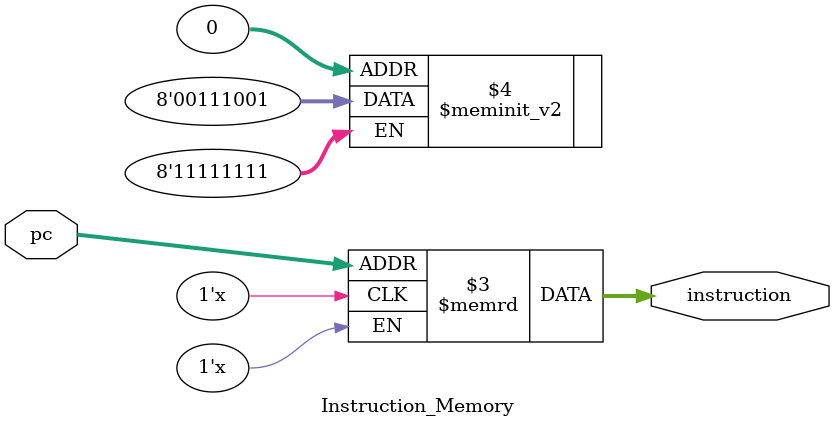
<source format=v>
`timescale 1ns / 1ps

module Instruction_Memory (pc, instruction);   
    input [7:0] pc;
    output reg [7:0] instruction;
    reg [7:0] rom[255:0];    
    initial begin		          
        rom[0]= 8'b00111001;                          
    end    
    always @(pc)
        begin
            instruction <= rom[pc];
        end    
endmodule
</source>
